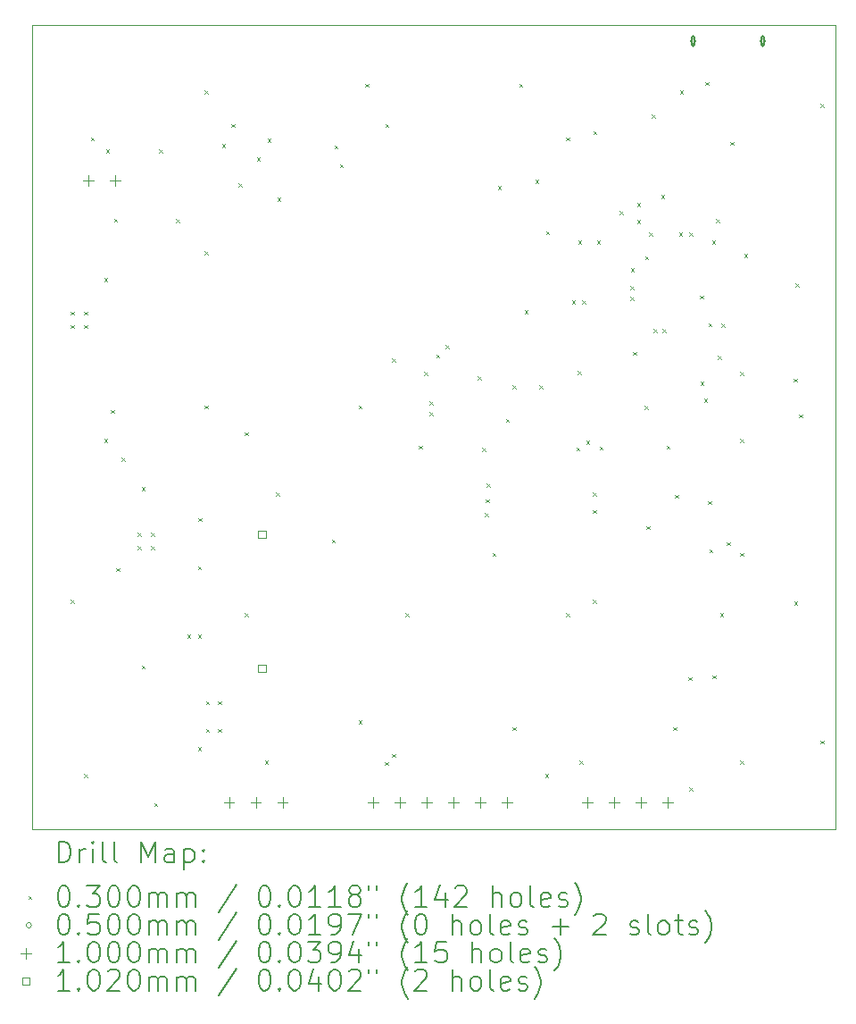
<source format=gbr>
%FSLAX45Y45*%
G04 Gerber Fmt 4.5, Leading zero omitted, Abs format (unit mm)*
G04 Created by KiCad (PCBNEW (6.0.5)) date 2023-05-13 13:21:50*
%MOMM*%
%LPD*%
G01*
G04 APERTURE LIST*
%TA.AperFunction,Profile*%
%ADD10C,0.100000*%
%TD*%
%ADD11C,0.200000*%
%ADD12C,0.030000*%
%ADD13C,0.050000*%
%ADD14C,0.100000*%
%ADD15C,0.102000*%
G04 APERTURE END LIST*
D10*
X10160000Y-12700000D02*
X17780000Y-12700000D01*
X17780000Y-12700000D02*
X17780000Y-5080000D01*
X17780000Y-5080000D02*
X10160000Y-5080000D01*
X10160000Y-5080000D02*
X10160000Y-12700000D01*
D11*
D12*
X10526000Y-7795500D02*
X10556000Y-7825500D01*
X10556000Y-7795500D02*
X10526000Y-7825500D01*
X10526000Y-7922500D02*
X10556000Y-7952500D01*
X10556000Y-7922500D02*
X10526000Y-7952500D01*
X10526000Y-10526000D02*
X10556000Y-10556000D01*
X10556000Y-10526000D02*
X10526000Y-10556000D01*
X10653000Y-7795500D02*
X10683000Y-7825500D01*
X10683000Y-7795500D02*
X10653000Y-7825500D01*
X10653000Y-7922500D02*
X10683000Y-7952500D01*
X10683000Y-7922500D02*
X10653000Y-7952500D01*
X10653000Y-12177000D02*
X10683000Y-12207000D01*
X10683000Y-12177000D02*
X10653000Y-12207000D01*
X10716500Y-6144500D02*
X10746500Y-6174500D01*
X10746500Y-6144500D02*
X10716500Y-6174500D01*
X10843500Y-7478000D02*
X10873500Y-7508000D01*
X10873500Y-7478000D02*
X10843500Y-7508000D01*
X10843500Y-9002000D02*
X10873500Y-9032000D01*
X10873500Y-9002000D02*
X10843500Y-9032000D01*
X10861280Y-6258800D02*
X10891280Y-6288800D01*
X10891280Y-6258800D02*
X10861280Y-6288800D01*
X10907000Y-8727680D02*
X10937000Y-8757680D01*
X10937000Y-8727680D02*
X10907000Y-8757680D01*
X10937480Y-6914120D02*
X10967480Y-6944120D01*
X10967480Y-6914120D02*
X10937480Y-6944120D01*
X10957800Y-10226280D02*
X10987800Y-10256280D01*
X10987800Y-10226280D02*
X10957800Y-10256280D01*
X11008600Y-9179800D02*
X11038600Y-9209800D01*
X11038600Y-9179800D02*
X11008600Y-9209800D01*
X11161000Y-9891000D02*
X11191000Y-9921000D01*
X11191000Y-9891000D02*
X11161000Y-9921000D01*
X11161000Y-10018000D02*
X11191000Y-10048000D01*
X11191000Y-10018000D02*
X11161000Y-10048000D01*
X11199100Y-9459200D02*
X11229100Y-9489200D01*
X11229100Y-9459200D02*
X11199100Y-9489200D01*
X11199100Y-11148300D02*
X11229100Y-11178300D01*
X11229100Y-11148300D02*
X11199100Y-11178300D01*
X11288000Y-9891000D02*
X11318000Y-9921000D01*
X11318000Y-9891000D02*
X11288000Y-9921000D01*
X11288000Y-10018000D02*
X11318000Y-10048000D01*
X11318000Y-10018000D02*
X11288000Y-10048000D01*
X11318480Y-12451320D02*
X11348480Y-12481320D01*
X11348480Y-12451320D02*
X11318480Y-12481320D01*
X11364200Y-6258800D02*
X11394200Y-6288800D01*
X11394200Y-6258800D02*
X11364200Y-6288800D01*
X11526760Y-6919200D02*
X11556760Y-6949200D01*
X11556760Y-6919200D02*
X11526760Y-6949200D01*
X11630900Y-10856200D02*
X11660900Y-10886200D01*
X11660900Y-10856200D02*
X11630900Y-10886200D01*
X11732500Y-10208500D02*
X11762500Y-10238500D01*
X11762500Y-10208500D02*
X11732500Y-10238500D01*
X11732500Y-10856200D02*
X11762500Y-10886200D01*
X11762500Y-10856200D02*
X11732500Y-10886200D01*
X11732500Y-11923000D02*
X11762500Y-11953000D01*
X11762500Y-11923000D02*
X11732500Y-11953000D01*
X11740120Y-9748760D02*
X11770120Y-9778760D01*
X11770120Y-9748760D02*
X11740120Y-9778760D01*
X11796000Y-5700000D02*
X11826000Y-5730000D01*
X11826000Y-5700000D02*
X11796000Y-5730000D01*
X11796000Y-7224000D02*
X11826000Y-7254000D01*
X11826000Y-7224000D02*
X11796000Y-7254000D01*
X11796000Y-8684500D02*
X11826000Y-8714500D01*
X11826000Y-8684500D02*
X11796000Y-8714500D01*
X11810000Y-11485000D02*
X11840000Y-11515000D01*
X11840000Y-11485000D02*
X11810000Y-11515000D01*
X11810000Y-11750098D02*
X11840000Y-11780098D01*
X11840000Y-11750098D02*
X11810000Y-11780098D01*
X11923000Y-11485000D02*
X11953000Y-11515000D01*
X11953000Y-11485000D02*
X11923000Y-11515000D01*
X11923000Y-11750098D02*
X11953000Y-11780098D01*
X11953000Y-11750098D02*
X11923000Y-11780098D01*
X11961100Y-6208000D02*
X11991100Y-6238000D01*
X11991100Y-6208000D02*
X11961100Y-6238000D01*
X12050000Y-6017500D02*
X12080000Y-6047500D01*
X12080000Y-6017500D02*
X12050000Y-6047500D01*
X12121120Y-6578840D02*
X12151120Y-6608840D01*
X12151120Y-6578840D02*
X12121120Y-6608840D01*
X12177000Y-8938500D02*
X12207000Y-8968500D01*
X12207000Y-8938500D02*
X12177000Y-8968500D01*
X12177000Y-10653000D02*
X12207000Y-10683000D01*
X12207000Y-10653000D02*
X12177000Y-10683000D01*
X12291300Y-6335000D02*
X12321300Y-6365000D01*
X12321300Y-6335000D02*
X12291300Y-6365000D01*
X12367500Y-12050000D02*
X12397500Y-12080000D01*
X12397500Y-12050000D02*
X12367500Y-12080000D01*
X12392900Y-6157200D02*
X12422900Y-6187200D01*
X12422900Y-6157200D02*
X12392900Y-6187200D01*
X12476720Y-9510000D02*
X12506720Y-9540000D01*
X12506720Y-9510000D02*
X12476720Y-9540000D01*
X12486880Y-6716000D02*
X12516880Y-6746000D01*
X12516880Y-6716000D02*
X12486880Y-6746000D01*
X13002500Y-9954500D02*
X13032500Y-9984500D01*
X13032500Y-9954500D02*
X13002500Y-9984500D01*
X13027900Y-6220700D02*
X13057900Y-6250700D01*
X13057900Y-6220700D02*
X13027900Y-6250700D01*
X13078700Y-6398500D02*
X13108700Y-6428500D01*
X13108700Y-6398500D02*
X13078700Y-6428500D01*
X13256500Y-8684500D02*
X13286500Y-8714500D01*
X13286500Y-8684500D02*
X13256500Y-8714500D01*
X13256500Y-11669000D02*
X13286500Y-11699000D01*
X13286500Y-11669000D02*
X13256500Y-11699000D01*
X13320000Y-5636500D02*
X13350000Y-5666500D01*
X13350000Y-5636500D02*
X13320000Y-5666500D01*
X13507960Y-12060160D02*
X13537960Y-12090160D01*
X13537960Y-12060160D02*
X13507960Y-12090160D01*
X13510500Y-6017500D02*
X13540500Y-6047500D01*
X13540500Y-6017500D02*
X13510500Y-6047500D01*
X13574000Y-8240000D02*
X13604000Y-8270000D01*
X13604000Y-8240000D02*
X13574000Y-8270000D01*
X13574000Y-11986500D02*
X13604000Y-12016500D01*
X13604000Y-11986500D02*
X13574000Y-12016500D01*
X13701000Y-10653000D02*
X13731000Y-10683000D01*
X13731000Y-10653000D02*
X13701000Y-10683000D01*
X13828000Y-9065500D02*
X13858000Y-9095500D01*
X13858000Y-9065500D02*
X13828000Y-9095500D01*
X13878800Y-8367000D02*
X13908800Y-8397000D01*
X13908800Y-8367000D02*
X13878800Y-8397000D01*
X13929600Y-8646400D02*
X13959600Y-8676400D01*
X13959600Y-8646400D02*
X13929600Y-8676400D01*
X13929600Y-8748000D02*
X13959600Y-8778000D01*
X13959600Y-8748000D02*
X13929600Y-8778000D01*
X13993100Y-8201900D02*
X14023100Y-8231900D01*
X14023100Y-8201900D02*
X13993100Y-8231900D01*
X14082000Y-8113000D02*
X14112000Y-8143000D01*
X14112000Y-8113000D02*
X14082000Y-8143000D01*
X14386800Y-8407640D02*
X14416800Y-8437640D01*
X14416800Y-8407640D02*
X14386800Y-8437640D01*
X14432520Y-9087450D02*
X14462520Y-9117450D01*
X14462520Y-9087450D02*
X14432520Y-9117450D01*
X14457920Y-9703040D02*
X14487920Y-9733040D01*
X14487920Y-9703040D02*
X14457920Y-9733040D01*
X14463000Y-9573500D02*
X14493000Y-9603500D01*
X14493000Y-9573500D02*
X14463000Y-9603500D01*
X14473160Y-9423640D02*
X14503160Y-9453640D01*
X14503160Y-9423640D02*
X14473160Y-9453640D01*
X14526500Y-10081500D02*
X14556500Y-10111500D01*
X14556500Y-10081500D02*
X14526500Y-10111500D01*
X14579840Y-6604240D02*
X14609840Y-6634240D01*
X14609840Y-6604240D02*
X14579840Y-6634240D01*
X14653500Y-8811500D02*
X14683500Y-8841500D01*
X14683500Y-8811500D02*
X14653500Y-8841500D01*
X14717000Y-8494000D02*
X14747000Y-8524000D01*
X14747000Y-8494000D02*
X14717000Y-8524000D01*
X14717000Y-11732500D02*
X14747000Y-11762500D01*
X14747000Y-11732500D02*
X14717000Y-11762500D01*
X14780500Y-5636500D02*
X14810500Y-5666500D01*
X14810500Y-5636500D02*
X14780500Y-5666500D01*
X14833700Y-7779600D02*
X14863700Y-7809600D01*
X14863700Y-7779600D02*
X14833700Y-7809600D01*
X14935300Y-6547700D02*
X14965300Y-6577700D01*
X14965300Y-6547700D02*
X14935300Y-6577700D01*
X14971000Y-8494000D02*
X15001000Y-8524000D01*
X15001000Y-8494000D02*
X14971000Y-8524000D01*
X15026880Y-12177000D02*
X15056880Y-12207000D01*
X15056880Y-12177000D02*
X15026880Y-12207000D01*
X15034500Y-7033500D02*
X15064500Y-7063500D01*
X15064500Y-7033500D02*
X15034500Y-7063500D01*
X15225000Y-6144500D02*
X15255000Y-6174500D01*
X15255000Y-6144500D02*
X15225000Y-6174500D01*
X15225000Y-10653000D02*
X15255000Y-10683000D01*
X15255000Y-10653000D02*
X15225000Y-10683000D01*
X15279850Y-7690700D02*
X15309850Y-7720700D01*
X15309850Y-7690700D02*
X15279850Y-7720700D01*
X15325525Y-9083219D02*
X15355525Y-9113219D01*
X15355525Y-9083219D02*
X15325525Y-9113219D01*
X15337998Y-8357300D02*
X15367998Y-8387300D01*
X15367998Y-8357300D02*
X15337998Y-8387300D01*
X15341700Y-7119200D02*
X15371700Y-7149200D01*
X15371700Y-7119200D02*
X15341700Y-7149200D01*
X15352000Y-12050000D02*
X15382000Y-12080000D01*
X15382000Y-12050000D02*
X15352000Y-12080000D01*
X15379800Y-7690700D02*
X15409800Y-7720700D01*
X15409800Y-7690700D02*
X15379800Y-7720700D01*
X15415500Y-9019950D02*
X15445500Y-9049950D01*
X15445500Y-9019950D02*
X15415500Y-9049950D01*
X15479000Y-9510000D02*
X15509000Y-9540000D01*
X15509000Y-9510000D02*
X15479000Y-9540000D01*
X15479000Y-9672560D02*
X15509000Y-9702560D01*
X15509000Y-9672560D02*
X15479000Y-9702560D01*
X15479000Y-10526000D02*
X15509000Y-10556000D01*
X15509000Y-10526000D02*
X15479000Y-10556000D01*
X15485000Y-6085000D02*
X15515000Y-6115000D01*
X15515000Y-6085000D02*
X15485000Y-6115000D01*
X15519500Y-7119200D02*
X15549500Y-7149200D01*
X15549500Y-7119200D02*
X15519500Y-7149200D01*
X15542500Y-9072400D02*
X15572500Y-9102400D01*
X15572500Y-9072400D02*
X15542500Y-9102400D01*
X15733000Y-6843000D02*
X15763000Y-6873000D01*
X15763000Y-6843000D02*
X15733000Y-6873000D01*
X15837000Y-7553750D02*
X15867000Y-7583750D01*
X15867000Y-7553750D02*
X15837000Y-7583750D01*
X15837000Y-7655350D02*
X15867000Y-7685350D01*
X15867000Y-7655350D02*
X15837000Y-7685350D01*
X15839724Y-7383894D02*
X15869724Y-7413894D01*
X15869724Y-7383894D02*
X15839724Y-7413894D01*
X15860000Y-8176500D02*
X15890000Y-8206500D01*
X15890000Y-8176500D02*
X15860000Y-8206500D01*
X15900500Y-6763600D02*
X15930500Y-6793600D01*
X15930500Y-6763600D02*
X15900500Y-6793600D01*
X15900500Y-6928700D02*
X15930500Y-6958700D01*
X15930500Y-6928700D02*
X15900500Y-6958700D01*
X15971760Y-8687040D02*
X16001760Y-8717040D01*
X16001760Y-8687040D02*
X15971760Y-8717040D01*
X15977550Y-7268350D02*
X16007550Y-7298350D01*
X16007550Y-7268350D02*
X15977550Y-7298350D01*
X15987000Y-9827500D02*
X16017000Y-9857500D01*
X16017000Y-9827500D02*
X15987000Y-9857500D01*
X16014800Y-7045750D02*
X16044800Y-7075750D01*
X16044800Y-7045750D02*
X16014800Y-7075750D01*
X16037926Y-5926165D02*
X16067926Y-5956165D01*
X16067926Y-5926165D02*
X16037926Y-5956165D01*
X16056968Y-7961468D02*
X16086968Y-7991468D01*
X16086968Y-7961468D02*
X16056968Y-7991468D01*
X16129100Y-6687400D02*
X16159100Y-6717400D01*
X16159100Y-6687400D02*
X16129100Y-6717400D01*
X16141800Y-7957400D02*
X16171800Y-7987400D01*
X16171800Y-7957400D02*
X16141800Y-7987400D01*
X16177500Y-9065500D02*
X16207500Y-9095500D01*
X16207500Y-9065500D02*
X16177500Y-9095500D01*
X16241000Y-11732500D02*
X16271000Y-11762500D01*
X16271000Y-11732500D02*
X16241000Y-11762500D01*
X16261320Y-9530320D02*
X16291320Y-9560320D01*
X16291320Y-9530320D02*
X16261320Y-9560320D01*
X16298050Y-7045750D02*
X16328050Y-7075750D01*
X16328050Y-7045750D02*
X16298050Y-7075750D01*
X16304500Y-5700000D02*
X16334500Y-5730000D01*
X16334500Y-5700000D02*
X16304500Y-5730000D01*
X16388320Y-11257520D02*
X16418320Y-11287520D01*
X16418320Y-11257520D02*
X16388320Y-11287520D01*
X16393400Y-12304000D02*
X16423400Y-12334000D01*
X16423400Y-12304000D02*
X16393400Y-12334000D01*
X16395800Y-7043000D02*
X16425800Y-7073000D01*
X16425800Y-7043000D02*
X16395800Y-7073000D01*
X16498015Y-7640984D02*
X16528015Y-7670984D01*
X16528015Y-7640984D02*
X16498015Y-7670984D01*
X16502400Y-8458900D02*
X16532400Y-8488900D01*
X16532400Y-8458900D02*
X16502400Y-8488900D01*
X16535640Y-8621000D02*
X16565640Y-8651000D01*
X16565640Y-8621000D02*
X16535640Y-8651000D01*
X16545800Y-5620050D02*
X16575800Y-5650050D01*
X16575800Y-5620050D02*
X16545800Y-5650050D01*
X16571200Y-9591280D02*
X16601200Y-9621280D01*
X16601200Y-9591280D02*
X16571200Y-9621280D01*
X16576280Y-7904720D02*
X16606280Y-7934720D01*
X16606280Y-7904720D02*
X16576280Y-7934720D01*
X16586440Y-10048480D02*
X16616440Y-10078480D01*
X16616440Y-10048480D02*
X16586440Y-10078480D01*
X16611700Y-7119200D02*
X16641700Y-7149200D01*
X16641700Y-7119200D02*
X16611700Y-7149200D01*
X16616920Y-11242280D02*
X16646920Y-11272280D01*
X16646920Y-11242280D02*
X16616920Y-11272280D01*
X16649800Y-6916000D02*
X16679800Y-6946000D01*
X16679800Y-6916000D02*
X16649800Y-6946000D01*
X16667720Y-8214600D02*
X16697720Y-8244600D01*
X16697720Y-8214600D02*
X16667720Y-8244600D01*
X16685500Y-10653000D02*
X16715500Y-10683000D01*
X16715500Y-10653000D02*
X16685500Y-10683000D01*
X16700600Y-7906600D02*
X16730600Y-7936600D01*
X16730600Y-7906600D02*
X16700600Y-7936600D01*
X16749000Y-9977360D02*
X16779000Y-10007360D01*
X16779000Y-9977360D02*
X16749000Y-10007360D01*
X16785000Y-6185000D02*
X16815000Y-6215000D01*
X16815000Y-6185000D02*
X16785000Y-6215000D01*
X16876000Y-8367000D02*
X16906000Y-8397000D01*
X16906000Y-8367000D02*
X16876000Y-8397000D01*
X16876000Y-9002000D02*
X16906000Y-9032000D01*
X16906000Y-9002000D02*
X16876000Y-9032000D01*
X16876000Y-10081500D02*
X16906000Y-10111500D01*
X16906000Y-10081500D02*
X16876000Y-10111500D01*
X16876000Y-12050000D02*
X16906000Y-12080000D01*
X16906000Y-12050000D02*
X16876000Y-12080000D01*
X16916500Y-7246200D02*
X16946500Y-7276200D01*
X16946500Y-7246200D02*
X16916500Y-7276200D01*
X17384000Y-8430500D02*
X17414000Y-8460500D01*
X17414000Y-8430500D02*
X17384000Y-8460500D01*
X17389080Y-10541240D02*
X17419080Y-10571240D01*
X17419080Y-10541240D02*
X17389080Y-10571240D01*
X17404320Y-7528800D02*
X17434320Y-7558800D01*
X17434320Y-7528800D02*
X17404320Y-7558800D01*
X17434800Y-8768320D02*
X17464800Y-8798320D01*
X17464800Y-8768320D02*
X17434800Y-8798320D01*
X17638000Y-5827000D02*
X17668000Y-5857000D01*
X17668000Y-5827000D02*
X17638000Y-5857000D01*
X17638000Y-11859500D02*
X17668000Y-11889500D01*
X17668000Y-11859500D02*
X17638000Y-11889500D01*
D13*
X16456825Y-5232400D02*
G75*
G03*
X16456825Y-5232400I-25000J0D01*
G01*
D11*
X16446825Y-5267400D02*
X16446825Y-5197400D01*
X16416825Y-5267400D02*
X16416825Y-5197400D01*
X16446825Y-5197400D02*
G75*
G03*
X16416825Y-5197400I-15000J0D01*
G01*
X16416825Y-5267400D02*
G75*
G03*
X16446825Y-5267400I15000J0D01*
G01*
D13*
X17116825Y-5232400D02*
G75*
G03*
X17116825Y-5232400I-25000J0D01*
G01*
D11*
X17106825Y-5267400D02*
X17106825Y-5197400D01*
X17076825Y-5267400D02*
X17076825Y-5197400D01*
X17106825Y-5197400D02*
G75*
G03*
X17076825Y-5197400I-15000J0D01*
G01*
X17076825Y-5267400D02*
G75*
G03*
X17106825Y-5267400I15000J0D01*
G01*
D14*
X10693900Y-6503200D02*
X10693900Y-6603200D01*
X10643900Y-6553200D02*
X10743900Y-6553200D01*
X10947900Y-6503200D02*
X10947900Y-6603200D01*
X10897900Y-6553200D02*
X10997900Y-6553200D01*
X12028500Y-12396000D02*
X12028500Y-12496000D01*
X11978500Y-12446000D02*
X12078500Y-12446000D01*
X12282500Y-12396000D02*
X12282500Y-12496000D01*
X12232500Y-12446000D02*
X12332500Y-12446000D01*
X12536500Y-12396000D02*
X12536500Y-12496000D01*
X12486500Y-12446000D02*
X12586500Y-12446000D01*
X13398500Y-12396000D02*
X13398500Y-12496000D01*
X13348500Y-12446000D02*
X13448500Y-12446000D01*
X13652500Y-12396000D02*
X13652500Y-12496000D01*
X13602500Y-12446000D02*
X13702500Y-12446000D01*
X13906500Y-12396000D02*
X13906500Y-12496000D01*
X13856500Y-12446000D02*
X13956500Y-12446000D01*
X14160500Y-12396000D02*
X14160500Y-12496000D01*
X14110500Y-12446000D02*
X14210500Y-12446000D01*
X14414500Y-12396000D02*
X14414500Y-12496000D01*
X14364500Y-12446000D02*
X14464500Y-12446000D01*
X14668500Y-12396000D02*
X14668500Y-12496000D01*
X14618500Y-12446000D02*
X14718500Y-12446000D01*
X15430500Y-12396000D02*
X15430500Y-12496000D01*
X15380500Y-12446000D02*
X15480500Y-12446000D01*
X15684500Y-12396000D02*
X15684500Y-12496000D01*
X15634500Y-12446000D02*
X15734500Y-12446000D01*
X15938500Y-12396000D02*
X15938500Y-12496000D01*
X15888500Y-12446000D02*
X15988500Y-12446000D01*
X16192500Y-12396000D02*
X16192500Y-12496000D01*
X16142500Y-12446000D02*
X16242500Y-12446000D01*
D15*
X12378063Y-9942063D02*
X12378063Y-9869937D01*
X12305937Y-9869937D01*
X12305937Y-9942063D01*
X12378063Y-9942063D01*
X12378063Y-11212063D02*
X12378063Y-11139937D01*
X12305937Y-11139937D01*
X12305937Y-11212063D01*
X12378063Y-11212063D01*
D11*
X10412619Y-13015476D02*
X10412619Y-12815476D01*
X10460238Y-12815476D01*
X10488810Y-12825000D01*
X10507857Y-12844048D01*
X10517381Y-12863095D01*
X10526905Y-12901190D01*
X10526905Y-12929762D01*
X10517381Y-12967857D01*
X10507857Y-12986905D01*
X10488810Y-13005952D01*
X10460238Y-13015476D01*
X10412619Y-13015476D01*
X10612619Y-13015476D02*
X10612619Y-12882143D01*
X10612619Y-12920238D02*
X10622143Y-12901190D01*
X10631667Y-12891667D01*
X10650714Y-12882143D01*
X10669762Y-12882143D01*
X10736429Y-13015476D02*
X10736429Y-12882143D01*
X10736429Y-12815476D02*
X10726905Y-12825000D01*
X10736429Y-12834524D01*
X10745952Y-12825000D01*
X10736429Y-12815476D01*
X10736429Y-12834524D01*
X10860238Y-13015476D02*
X10841190Y-13005952D01*
X10831667Y-12986905D01*
X10831667Y-12815476D01*
X10965000Y-13015476D02*
X10945952Y-13005952D01*
X10936429Y-12986905D01*
X10936429Y-12815476D01*
X11193571Y-13015476D02*
X11193571Y-12815476D01*
X11260238Y-12958333D01*
X11326905Y-12815476D01*
X11326905Y-13015476D01*
X11507857Y-13015476D02*
X11507857Y-12910714D01*
X11498333Y-12891667D01*
X11479286Y-12882143D01*
X11441190Y-12882143D01*
X11422143Y-12891667D01*
X11507857Y-13005952D02*
X11488809Y-13015476D01*
X11441190Y-13015476D01*
X11422143Y-13005952D01*
X11412619Y-12986905D01*
X11412619Y-12967857D01*
X11422143Y-12948809D01*
X11441190Y-12939286D01*
X11488809Y-12939286D01*
X11507857Y-12929762D01*
X11603095Y-12882143D02*
X11603095Y-13082143D01*
X11603095Y-12891667D02*
X11622143Y-12882143D01*
X11660238Y-12882143D01*
X11679286Y-12891667D01*
X11688809Y-12901190D01*
X11698333Y-12920238D01*
X11698333Y-12977381D01*
X11688809Y-12996428D01*
X11679286Y-13005952D01*
X11660238Y-13015476D01*
X11622143Y-13015476D01*
X11603095Y-13005952D01*
X11784048Y-12996428D02*
X11793571Y-13005952D01*
X11784048Y-13015476D01*
X11774524Y-13005952D01*
X11784048Y-12996428D01*
X11784048Y-13015476D01*
X11784048Y-12891667D02*
X11793571Y-12901190D01*
X11784048Y-12910714D01*
X11774524Y-12901190D01*
X11784048Y-12891667D01*
X11784048Y-12910714D01*
D12*
X10125000Y-13330000D02*
X10155000Y-13360000D01*
X10155000Y-13330000D02*
X10125000Y-13360000D01*
D11*
X10450714Y-13235476D02*
X10469762Y-13235476D01*
X10488810Y-13245000D01*
X10498333Y-13254524D01*
X10507857Y-13273571D01*
X10517381Y-13311667D01*
X10517381Y-13359286D01*
X10507857Y-13397381D01*
X10498333Y-13416428D01*
X10488810Y-13425952D01*
X10469762Y-13435476D01*
X10450714Y-13435476D01*
X10431667Y-13425952D01*
X10422143Y-13416428D01*
X10412619Y-13397381D01*
X10403095Y-13359286D01*
X10403095Y-13311667D01*
X10412619Y-13273571D01*
X10422143Y-13254524D01*
X10431667Y-13245000D01*
X10450714Y-13235476D01*
X10603095Y-13416428D02*
X10612619Y-13425952D01*
X10603095Y-13435476D01*
X10593571Y-13425952D01*
X10603095Y-13416428D01*
X10603095Y-13435476D01*
X10679286Y-13235476D02*
X10803095Y-13235476D01*
X10736429Y-13311667D01*
X10765000Y-13311667D01*
X10784048Y-13321190D01*
X10793571Y-13330714D01*
X10803095Y-13349762D01*
X10803095Y-13397381D01*
X10793571Y-13416428D01*
X10784048Y-13425952D01*
X10765000Y-13435476D01*
X10707857Y-13435476D01*
X10688810Y-13425952D01*
X10679286Y-13416428D01*
X10926905Y-13235476D02*
X10945952Y-13235476D01*
X10965000Y-13245000D01*
X10974524Y-13254524D01*
X10984048Y-13273571D01*
X10993571Y-13311667D01*
X10993571Y-13359286D01*
X10984048Y-13397381D01*
X10974524Y-13416428D01*
X10965000Y-13425952D01*
X10945952Y-13435476D01*
X10926905Y-13435476D01*
X10907857Y-13425952D01*
X10898333Y-13416428D01*
X10888810Y-13397381D01*
X10879286Y-13359286D01*
X10879286Y-13311667D01*
X10888810Y-13273571D01*
X10898333Y-13254524D01*
X10907857Y-13245000D01*
X10926905Y-13235476D01*
X11117381Y-13235476D02*
X11136429Y-13235476D01*
X11155476Y-13245000D01*
X11165000Y-13254524D01*
X11174524Y-13273571D01*
X11184048Y-13311667D01*
X11184048Y-13359286D01*
X11174524Y-13397381D01*
X11165000Y-13416428D01*
X11155476Y-13425952D01*
X11136429Y-13435476D01*
X11117381Y-13435476D01*
X11098333Y-13425952D01*
X11088810Y-13416428D01*
X11079286Y-13397381D01*
X11069762Y-13359286D01*
X11069762Y-13311667D01*
X11079286Y-13273571D01*
X11088810Y-13254524D01*
X11098333Y-13245000D01*
X11117381Y-13235476D01*
X11269762Y-13435476D02*
X11269762Y-13302143D01*
X11269762Y-13321190D02*
X11279286Y-13311667D01*
X11298333Y-13302143D01*
X11326905Y-13302143D01*
X11345952Y-13311667D01*
X11355476Y-13330714D01*
X11355476Y-13435476D01*
X11355476Y-13330714D02*
X11365000Y-13311667D01*
X11384048Y-13302143D01*
X11412619Y-13302143D01*
X11431667Y-13311667D01*
X11441190Y-13330714D01*
X11441190Y-13435476D01*
X11536428Y-13435476D02*
X11536428Y-13302143D01*
X11536428Y-13321190D02*
X11545952Y-13311667D01*
X11565000Y-13302143D01*
X11593571Y-13302143D01*
X11612619Y-13311667D01*
X11622143Y-13330714D01*
X11622143Y-13435476D01*
X11622143Y-13330714D02*
X11631667Y-13311667D01*
X11650714Y-13302143D01*
X11679286Y-13302143D01*
X11698333Y-13311667D01*
X11707857Y-13330714D01*
X11707857Y-13435476D01*
X12098333Y-13225952D02*
X11926905Y-13483095D01*
X12355476Y-13235476D02*
X12374524Y-13235476D01*
X12393571Y-13245000D01*
X12403095Y-13254524D01*
X12412619Y-13273571D01*
X12422143Y-13311667D01*
X12422143Y-13359286D01*
X12412619Y-13397381D01*
X12403095Y-13416428D01*
X12393571Y-13425952D01*
X12374524Y-13435476D01*
X12355476Y-13435476D01*
X12336428Y-13425952D01*
X12326905Y-13416428D01*
X12317381Y-13397381D01*
X12307857Y-13359286D01*
X12307857Y-13311667D01*
X12317381Y-13273571D01*
X12326905Y-13254524D01*
X12336428Y-13245000D01*
X12355476Y-13235476D01*
X12507857Y-13416428D02*
X12517381Y-13425952D01*
X12507857Y-13435476D01*
X12498333Y-13425952D01*
X12507857Y-13416428D01*
X12507857Y-13435476D01*
X12641190Y-13235476D02*
X12660238Y-13235476D01*
X12679286Y-13245000D01*
X12688809Y-13254524D01*
X12698333Y-13273571D01*
X12707857Y-13311667D01*
X12707857Y-13359286D01*
X12698333Y-13397381D01*
X12688809Y-13416428D01*
X12679286Y-13425952D01*
X12660238Y-13435476D01*
X12641190Y-13435476D01*
X12622143Y-13425952D01*
X12612619Y-13416428D01*
X12603095Y-13397381D01*
X12593571Y-13359286D01*
X12593571Y-13311667D01*
X12603095Y-13273571D01*
X12612619Y-13254524D01*
X12622143Y-13245000D01*
X12641190Y-13235476D01*
X12898333Y-13435476D02*
X12784048Y-13435476D01*
X12841190Y-13435476D02*
X12841190Y-13235476D01*
X12822143Y-13264048D01*
X12803095Y-13283095D01*
X12784048Y-13292619D01*
X13088809Y-13435476D02*
X12974524Y-13435476D01*
X13031667Y-13435476D02*
X13031667Y-13235476D01*
X13012619Y-13264048D01*
X12993571Y-13283095D01*
X12974524Y-13292619D01*
X13203095Y-13321190D02*
X13184048Y-13311667D01*
X13174524Y-13302143D01*
X13165000Y-13283095D01*
X13165000Y-13273571D01*
X13174524Y-13254524D01*
X13184048Y-13245000D01*
X13203095Y-13235476D01*
X13241190Y-13235476D01*
X13260238Y-13245000D01*
X13269762Y-13254524D01*
X13279286Y-13273571D01*
X13279286Y-13283095D01*
X13269762Y-13302143D01*
X13260238Y-13311667D01*
X13241190Y-13321190D01*
X13203095Y-13321190D01*
X13184048Y-13330714D01*
X13174524Y-13340238D01*
X13165000Y-13359286D01*
X13165000Y-13397381D01*
X13174524Y-13416428D01*
X13184048Y-13425952D01*
X13203095Y-13435476D01*
X13241190Y-13435476D01*
X13260238Y-13425952D01*
X13269762Y-13416428D01*
X13279286Y-13397381D01*
X13279286Y-13359286D01*
X13269762Y-13340238D01*
X13260238Y-13330714D01*
X13241190Y-13321190D01*
X13355476Y-13235476D02*
X13355476Y-13273571D01*
X13431667Y-13235476D02*
X13431667Y-13273571D01*
X13726905Y-13511667D02*
X13717381Y-13502143D01*
X13698333Y-13473571D01*
X13688809Y-13454524D01*
X13679286Y-13425952D01*
X13669762Y-13378333D01*
X13669762Y-13340238D01*
X13679286Y-13292619D01*
X13688809Y-13264048D01*
X13698333Y-13245000D01*
X13717381Y-13216428D01*
X13726905Y-13206905D01*
X13907857Y-13435476D02*
X13793571Y-13435476D01*
X13850714Y-13435476D02*
X13850714Y-13235476D01*
X13831667Y-13264048D01*
X13812619Y-13283095D01*
X13793571Y-13292619D01*
X14079286Y-13302143D02*
X14079286Y-13435476D01*
X14031667Y-13225952D02*
X13984048Y-13368809D01*
X14107857Y-13368809D01*
X14174524Y-13254524D02*
X14184048Y-13245000D01*
X14203095Y-13235476D01*
X14250714Y-13235476D01*
X14269762Y-13245000D01*
X14279286Y-13254524D01*
X14288809Y-13273571D01*
X14288809Y-13292619D01*
X14279286Y-13321190D01*
X14165000Y-13435476D01*
X14288809Y-13435476D01*
X14526905Y-13435476D02*
X14526905Y-13235476D01*
X14612619Y-13435476D02*
X14612619Y-13330714D01*
X14603095Y-13311667D01*
X14584048Y-13302143D01*
X14555476Y-13302143D01*
X14536428Y-13311667D01*
X14526905Y-13321190D01*
X14736428Y-13435476D02*
X14717381Y-13425952D01*
X14707857Y-13416428D01*
X14698333Y-13397381D01*
X14698333Y-13340238D01*
X14707857Y-13321190D01*
X14717381Y-13311667D01*
X14736428Y-13302143D01*
X14765000Y-13302143D01*
X14784048Y-13311667D01*
X14793571Y-13321190D01*
X14803095Y-13340238D01*
X14803095Y-13397381D01*
X14793571Y-13416428D01*
X14784048Y-13425952D01*
X14765000Y-13435476D01*
X14736428Y-13435476D01*
X14917381Y-13435476D02*
X14898333Y-13425952D01*
X14888809Y-13406905D01*
X14888809Y-13235476D01*
X15069762Y-13425952D02*
X15050714Y-13435476D01*
X15012619Y-13435476D01*
X14993571Y-13425952D01*
X14984048Y-13406905D01*
X14984048Y-13330714D01*
X14993571Y-13311667D01*
X15012619Y-13302143D01*
X15050714Y-13302143D01*
X15069762Y-13311667D01*
X15079286Y-13330714D01*
X15079286Y-13349762D01*
X14984048Y-13368809D01*
X15155476Y-13425952D02*
X15174524Y-13435476D01*
X15212619Y-13435476D01*
X15231667Y-13425952D01*
X15241190Y-13406905D01*
X15241190Y-13397381D01*
X15231667Y-13378333D01*
X15212619Y-13368809D01*
X15184048Y-13368809D01*
X15165000Y-13359286D01*
X15155476Y-13340238D01*
X15155476Y-13330714D01*
X15165000Y-13311667D01*
X15184048Y-13302143D01*
X15212619Y-13302143D01*
X15231667Y-13311667D01*
X15307857Y-13511667D02*
X15317381Y-13502143D01*
X15336428Y-13473571D01*
X15345952Y-13454524D01*
X15355476Y-13425952D01*
X15365000Y-13378333D01*
X15365000Y-13340238D01*
X15355476Y-13292619D01*
X15345952Y-13264048D01*
X15336428Y-13245000D01*
X15317381Y-13216428D01*
X15307857Y-13206905D01*
D13*
X10155000Y-13609000D02*
G75*
G03*
X10155000Y-13609000I-25000J0D01*
G01*
D11*
X10450714Y-13499476D02*
X10469762Y-13499476D01*
X10488810Y-13509000D01*
X10498333Y-13518524D01*
X10507857Y-13537571D01*
X10517381Y-13575667D01*
X10517381Y-13623286D01*
X10507857Y-13661381D01*
X10498333Y-13680428D01*
X10488810Y-13689952D01*
X10469762Y-13699476D01*
X10450714Y-13699476D01*
X10431667Y-13689952D01*
X10422143Y-13680428D01*
X10412619Y-13661381D01*
X10403095Y-13623286D01*
X10403095Y-13575667D01*
X10412619Y-13537571D01*
X10422143Y-13518524D01*
X10431667Y-13509000D01*
X10450714Y-13499476D01*
X10603095Y-13680428D02*
X10612619Y-13689952D01*
X10603095Y-13699476D01*
X10593571Y-13689952D01*
X10603095Y-13680428D01*
X10603095Y-13699476D01*
X10793571Y-13499476D02*
X10698333Y-13499476D01*
X10688810Y-13594714D01*
X10698333Y-13585190D01*
X10717381Y-13575667D01*
X10765000Y-13575667D01*
X10784048Y-13585190D01*
X10793571Y-13594714D01*
X10803095Y-13613762D01*
X10803095Y-13661381D01*
X10793571Y-13680428D01*
X10784048Y-13689952D01*
X10765000Y-13699476D01*
X10717381Y-13699476D01*
X10698333Y-13689952D01*
X10688810Y-13680428D01*
X10926905Y-13499476D02*
X10945952Y-13499476D01*
X10965000Y-13509000D01*
X10974524Y-13518524D01*
X10984048Y-13537571D01*
X10993571Y-13575667D01*
X10993571Y-13623286D01*
X10984048Y-13661381D01*
X10974524Y-13680428D01*
X10965000Y-13689952D01*
X10945952Y-13699476D01*
X10926905Y-13699476D01*
X10907857Y-13689952D01*
X10898333Y-13680428D01*
X10888810Y-13661381D01*
X10879286Y-13623286D01*
X10879286Y-13575667D01*
X10888810Y-13537571D01*
X10898333Y-13518524D01*
X10907857Y-13509000D01*
X10926905Y-13499476D01*
X11117381Y-13499476D02*
X11136429Y-13499476D01*
X11155476Y-13509000D01*
X11165000Y-13518524D01*
X11174524Y-13537571D01*
X11184048Y-13575667D01*
X11184048Y-13623286D01*
X11174524Y-13661381D01*
X11165000Y-13680428D01*
X11155476Y-13689952D01*
X11136429Y-13699476D01*
X11117381Y-13699476D01*
X11098333Y-13689952D01*
X11088810Y-13680428D01*
X11079286Y-13661381D01*
X11069762Y-13623286D01*
X11069762Y-13575667D01*
X11079286Y-13537571D01*
X11088810Y-13518524D01*
X11098333Y-13509000D01*
X11117381Y-13499476D01*
X11269762Y-13699476D02*
X11269762Y-13566143D01*
X11269762Y-13585190D02*
X11279286Y-13575667D01*
X11298333Y-13566143D01*
X11326905Y-13566143D01*
X11345952Y-13575667D01*
X11355476Y-13594714D01*
X11355476Y-13699476D01*
X11355476Y-13594714D02*
X11365000Y-13575667D01*
X11384048Y-13566143D01*
X11412619Y-13566143D01*
X11431667Y-13575667D01*
X11441190Y-13594714D01*
X11441190Y-13699476D01*
X11536428Y-13699476D02*
X11536428Y-13566143D01*
X11536428Y-13585190D02*
X11545952Y-13575667D01*
X11565000Y-13566143D01*
X11593571Y-13566143D01*
X11612619Y-13575667D01*
X11622143Y-13594714D01*
X11622143Y-13699476D01*
X11622143Y-13594714D02*
X11631667Y-13575667D01*
X11650714Y-13566143D01*
X11679286Y-13566143D01*
X11698333Y-13575667D01*
X11707857Y-13594714D01*
X11707857Y-13699476D01*
X12098333Y-13489952D02*
X11926905Y-13747095D01*
X12355476Y-13499476D02*
X12374524Y-13499476D01*
X12393571Y-13509000D01*
X12403095Y-13518524D01*
X12412619Y-13537571D01*
X12422143Y-13575667D01*
X12422143Y-13623286D01*
X12412619Y-13661381D01*
X12403095Y-13680428D01*
X12393571Y-13689952D01*
X12374524Y-13699476D01*
X12355476Y-13699476D01*
X12336428Y-13689952D01*
X12326905Y-13680428D01*
X12317381Y-13661381D01*
X12307857Y-13623286D01*
X12307857Y-13575667D01*
X12317381Y-13537571D01*
X12326905Y-13518524D01*
X12336428Y-13509000D01*
X12355476Y-13499476D01*
X12507857Y-13680428D02*
X12517381Y-13689952D01*
X12507857Y-13699476D01*
X12498333Y-13689952D01*
X12507857Y-13680428D01*
X12507857Y-13699476D01*
X12641190Y-13499476D02*
X12660238Y-13499476D01*
X12679286Y-13509000D01*
X12688809Y-13518524D01*
X12698333Y-13537571D01*
X12707857Y-13575667D01*
X12707857Y-13623286D01*
X12698333Y-13661381D01*
X12688809Y-13680428D01*
X12679286Y-13689952D01*
X12660238Y-13699476D01*
X12641190Y-13699476D01*
X12622143Y-13689952D01*
X12612619Y-13680428D01*
X12603095Y-13661381D01*
X12593571Y-13623286D01*
X12593571Y-13575667D01*
X12603095Y-13537571D01*
X12612619Y-13518524D01*
X12622143Y-13509000D01*
X12641190Y-13499476D01*
X12898333Y-13699476D02*
X12784048Y-13699476D01*
X12841190Y-13699476D02*
X12841190Y-13499476D01*
X12822143Y-13528048D01*
X12803095Y-13547095D01*
X12784048Y-13556619D01*
X12993571Y-13699476D02*
X13031667Y-13699476D01*
X13050714Y-13689952D01*
X13060238Y-13680428D01*
X13079286Y-13651857D01*
X13088809Y-13613762D01*
X13088809Y-13537571D01*
X13079286Y-13518524D01*
X13069762Y-13509000D01*
X13050714Y-13499476D01*
X13012619Y-13499476D01*
X12993571Y-13509000D01*
X12984048Y-13518524D01*
X12974524Y-13537571D01*
X12974524Y-13585190D01*
X12984048Y-13604238D01*
X12993571Y-13613762D01*
X13012619Y-13623286D01*
X13050714Y-13623286D01*
X13069762Y-13613762D01*
X13079286Y-13604238D01*
X13088809Y-13585190D01*
X13155476Y-13499476D02*
X13288809Y-13499476D01*
X13203095Y-13699476D01*
X13355476Y-13499476D02*
X13355476Y-13537571D01*
X13431667Y-13499476D02*
X13431667Y-13537571D01*
X13726905Y-13775667D02*
X13717381Y-13766143D01*
X13698333Y-13737571D01*
X13688809Y-13718524D01*
X13679286Y-13689952D01*
X13669762Y-13642333D01*
X13669762Y-13604238D01*
X13679286Y-13556619D01*
X13688809Y-13528048D01*
X13698333Y-13509000D01*
X13717381Y-13480428D01*
X13726905Y-13470905D01*
X13841190Y-13499476D02*
X13860238Y-13499476D01*
X13879286Y-13509000D01*
X13888809Y-13518524D01*
X13898333Y-13537571D01*
X13907857Y-13575667D01*
X13907857Y-13623286D01*
X13898333Y-13661381D01*
X13888809Y-13680428D01*
X13879286Y-13689952D01*
X13860238Y-13699476D01*
X13841190Y-13699476D01*
X13822143Y-13689952D01*
X13812619Y-13680428D01*
X13803095Y-13661381D01*
X13793571Y-13623286D01*
X13793571Y-13575667D01*
X13803095Y-13537571D01*
X13812619Y-13518524D01*
X13822143Y-13509000D01*
X13841190Y-13499476D01*
X14145952Y-13699476D02*
X14145952Y-13499476D01*
X14231667Y-13699476D02*
X14231667Y-13594714D01*
X14222143Y-13575667D01*
X14203095Y-13566143D01*
X14174524Y-13566143D01*
X14155476Y-13575667D01*
X14145952Y-13585190D01*
X14355476Y-13699476D02*
X14336428Y-13689952D01*
X14326905Y-13680428D01*
X14317381Y-13661381D01*
X14317381Y-13604238D01*
X14326905Y-13585190D01*
X14336428Y-13575667D01*
X14355476Y-13566143D01*
X14384048Y-13566143D01*
X14403095Y-13575667D01*
X14412619Y-13585190D01*
X14422143Y-13604238D01*
X14422143Y-13661381D01*
X14412619Y-13680428D01*
X14403095Y-13689952D01*
X14384048Y-13699476D01*
X14355476Y-13699476D01*
X14536428Y-13699476D02*
X14517381Y-13689952D01*
X14507857Y-13670905D01*
X14507857Y-13499476D01*
X14688809Y-13689952D02*
X14669762Y-13699476D01*
X14631667Y-13699476D01*
X14612619Y-13689952D01*
X14603095Y-13670905D01*
X14603095Y-13594714D01*
X14612619Y-13575667D01*
X14631667Y-13566143D01*
X14669762Y-13566143D01*
X14688809Y-13575667D01*
X14698333Y-13594714D01*
X14698333Y-13613762D01*
X14603095Y-13632809D01*
X14774524Y-13689952D02*
X14793571Y-13699476D01*
X14831667Y-13699476D01*
X14850714Y-13689952D01*
X14860238Y-13670905D01*
X14860238Y-13661381D01*
X14850714Y-13642333D01*
X14831667Y-13632809D01*
X14803095Y-13632809D01*
X14784048Y-13623286D01*
X14774524Y-13604238D01*
X14774524Y-13594714D01*
X14784048Y-13575667D01*
X14803095Y-13566143D01*
X14831667Y-13566143D01*
X14850714Y-13575667D01*
X15098333Y-13623286D02*
X15250714Y-13623286D01*
X15174524Y-13699476D02*
X15174524Y-13547095D01*
X15488809Y-13518524D02*
X15498333Y-13509000D01*
X15517381Y-13499476D01*
X15565000Y-13499476D01*
X15584048Y-13509000D01*
X15593571Y-13518524D01*
X15603095Y-13537571D01*
X15603095Y-13556619D01*
X15593571Y-13585190D01*
X15479286Y-13699476D01*
X15603095Y-13699476D01*
X15831667Y-13689952D02*
X15850714Y-13699476D01*
X15888809Y-13699476D01*
X15907857Y-13689952D01*
X15917381Y-13670905D01*
X15917381Y-13661381D01*
X15907857Y-13642333D01*
X15888809Y-13632809D01*
X15860238Y-13632809D01*
X15841190Y-13623286D01*
X15831667Y-13604238D01*
X15831667Y-13594714D01*
X15841190Y-13575667D01*
X15860238Y-13566143D01*
X15888809Y-13566143D01*
X15907857Y-13575667D01*
X16031667Y-13699476D02*
X16012619Y-13689952D01*
X16003095Y-13670905D01*
X16003095Y-13499476D01*
X16136428Y-13699476D02*
X16117381Y-13689952D01*
X16107857Y-13680428D01*
X16098333Y-13661381D01*
X16098333Y-13604238D01*
X16107857Y-13585190D01*
X16117381Y-13575667D01*
X16136428Y-13566143D01*
X16165000Y-13566143D01*
X16184048Y-13575667D01*
X16193571Y-13585190D01*
X16203095Y-13604238D01*
X16203095Y-13661381D01*
X16193571Y-13680428D01*
X16184048Y-13689952D01*
X16165000Y-13699476D01*
X16136428Y-13699476D01*
X16260238Y-13566143D02*
X16336428Y-13566143D01*
X16288809Y-13499476D02*
X16288809Y-13670905D01*
X16298333Y-13689952D01*
X16317381Y-13699476D01*
X16336428Y-13699476D01*
X16393571Y-13689952D02*
X16412619Y-13699476D01*
X16450714Y-13699476D01*
X16469762Y-13689952D01*
X16479286Y-13670905D01*
X16479286Y-13661381D01*
X16469762Y-13642333D01*
X16450714Y-13632809D01*
X16422143Y-13632809D01*
X16403095Y-13623286D01*
X16393571Y-13604238D01*
X16393571Y-13594714D01*
X16403095Y-13575667D01*
X16422143Y-13566143D01*
X16450714Y-13566143D01*
X16469762Y-13575667D01*
X16545952Y-13775667D02*
X16555476Y-13766143D01*
X16574524Y-13737571D01*
X16584048Y-13718524D01*
X16593571Y-13689952D01*
X16603095Y-13642333D01*
X16603095Y-13604238D01*
X16593571Y-13556619D01*
X16584048Y-13528048D01*
X16574524Y-13509000D01*
X16555476Y-13480428D01*
X16545952Y-13470905D01*
D14*
X10105000Y-13823000D02*
X10105000Y-13923000D01*
X10055000Y-13873000D02*
X10155000Y-13873000D01*
D11*
X10517381Y-13963476D02*
X10403095Y-13963476D01*
X10460238Y-13963476D02*
X10460238Y-13763476D01*
X10441190Y-13792048D01*
X10422143Y-13811095D01*
X10403095Y-13820619D01*
X10603095Y-13944428D02*
X10612619Y-13953952D01*
X10603095Y-13963476D01*
X10593571Y-13953952D01*
X10603095Y-13944428D01*
X10603095Y-13963476D01*
X10736429Y-13763476D02*
X10755476Y-13763476D01*
X10774524Y-13773000D01*
X10784048Y-13782524D01*
X10793571Y-13801571D01*
X10803095Y-13839667D01*
X10803095Y-13887286D01*
X10793571Y-13925381D01*
X10784048Y-13944428D01*
X10774524Y-13953952D01*
X10755476Y-13963476D01*
X10736429Y-13963476D01*
X10717381Y-13953952D01*
X10707857Y-13944428D01*
X10698333Y-13925381D01*
X10688810Y-13887286D01*
X10688810Y-13839667D01*
X10698333Y-13801571D01*
X10707857Y-13782524D01*
X10717381Y-13773000D01*
X10736429Y-13763476D01*
X10926905Y-13763476D02*
X10945952Y-13763476D01*
X10965000Y-13773000D01*
X10974524Y-13782524D01*
X10984048Y-13801571D01*
X10993571Y-13839667D01*
X10993571Y-13887286D01*
X10984048Y-13925381D01*
X10974524Y-13944428D01*
X10965000Y-13953952D01*
X10945952Y-13963476D01*
X10926905Y-13963476D01*
X10907857Y-13953952D01*
X10898333Y-13944428D01*
X10888810Y-13925381D01*
X10879286Y-13887286D01*
X10879286Y-13839667D01*
X10888810Y-13801571D01*
X10898333Y-13782524D01*
X10907857Y-13773000D01*
X10926905Y-13763476D01*
X11117381Y-13763476D02*
X11136429Y-13763476D01*
X11155476Y-13773000D01*
X11165000Y-13782524D01*
X11174524Y-13801571D01*
X11184048Y-13839667D01*
X11184048Y-13887286D01*
X11174524Y-13925381D01*
X11165000Y-13944428D01*
X11155476Y-13953952D01*
X11136429Y-13963476D01*
X11117381Y-13963476D01*
X11098333Y-13953952D01*
X11088810Y-13944428D01*
X11079286Y-13925381D01*
X11069762Y-13887286D01*
X11069762Y-13839667D01*
X11079286Y-13801571D01*
X11088810Y-13782524D01*
X11098333Y-13773000D01*
X11117381Y-13763476D01*
X11269762Y-13963476D02*
X11269762Y-13830143D01*
X11269762Y-13849190D02*
X11279286Y-13839667D01*
X11298333Y-13830143D01*
X11326905Y-13830143D01*
X11345952Y-13839667D01*
X11355476Y-13858714D01*
X11355476Y-13963476D01*
X11355476Y-13858714D02*
X11365000Y-13839667D01*
X11384048Y-13830143D01*
X11412619Y-13830143D01*
X11431667Y-13839667D01*
X11441190Y-13858714D01*
X11441190Y-13963476D01*
X11536428Y-13963476D02*
X11536428Y-13830143D01*
X11536428Y-13849190D02*
X11545952Y-13839667D01*
X11565000Y-13830143D01*
X11593571Y-13830143D01*
X11612619Y-13839667D01*
X11622143Y-13858714D01*
X11622143Y-13963476D01*
X11622143Y-13858714D02*
X11631667Y-13839667D01*
X11650714Y-13830143D01*
X11679286Y-13830143D01*
X11698333Y-13839667D01*
X11707857Y-13858714D01*
X11707857Y-13963476D01*
X12098333Y-13753952D02*
X11926905Y-14011095D01*
X12355476Y-13763476D02*
X12374524Y-13763476D01*
X12393571Y-13773000D01*
X12403095Y-13782524D01*
X12412619Y-13801571D01*
X12422143Y-13839667D01*
X12422143Y-13887286D01*
X12412619Y-13925381D01*
X12403095Y-13944428D01*
X12393571Y-13953952D01*
X12374524Y-13963476D01*
X12355476Y-13963476D01*
X12336428Y-13953952D01*
X12326905Y-13944428D01*
X12317381Y-13925381D01*
X12307857Y-13887286D01*
X12307857Y-13839667D01*
X12317381Y-13801571D01*
X12326905Y-13782524D01*
X12336428Y-13773000D01*
X12355476Y-13763476D01*
X12507857Y-13944428D02*
X12517381Y-13953952D01*
X12507857Y-13963476D01*
X12498333Y-13953952D01*
X12507857Y-13944428D01*
X12507857Y-13963476D01*
X12641190Y-13763476D02*
X12660238Y-13763476D01*
X12679286Y-13773000D01*
X12688809Y-13782524D01*
X12698333Y-13801571D01*
X12707857Y-13839667D01*
X12707857Y-13887286D01*
X12698333Y-13925381D01*
X12688809Y-13944428D01*
X12679286Y-13953952D01*
X12660238Y-13963476D01*
X12641190Y-13963476D01*
X12622143Y-13953952D01*
X12612619Y-13944428D01*
X12603095Y-13925381D01*
X12593571Y-13887286D01*
X12593571Y-13839667D01*
X12603095Y-13801571D01*
X12612619Y-13782524D01*
X12622143Y-13773000D01*
X12641190Y-13763476D01*
X12774524Y-13763476D02*
X12898333Y-13763476D01*
X12831667Y-13839667D01*
X12860238Y-13839667D01*
X12879286Y-13849190D01*
X12888809Y-13858714D01*
X12898333Y-13877762D01*
X12898333Y-13925381D01*
X12888809Y-13944428D01*
X12879286Y-13953952D01*
X12860238Y-13963476D01*
X12803095Y-13963476D01*
X12784048Y-13953952D01*
X12774524Y-13944428D01*
X12993571Y-13963476D02*
X13031667Y-13963476D01*
X13050714Y-13953952D01*
X13060238Y-13944428D01*
X13079286Y-13915857D01*
X13088809Y-13877762D01*
X13088809Y-13801571D01*
X13079286Y-13782524D01*
X13069762Y-13773000D01*
X13050714Y-13763476D01*
X13012619Y-13763476D01*
X12993571Y-13773000D01*
X12984048Y-13782524D01*
X12974524Y-13801571D01*
X12974524Y-13849190D01*
X12984048Y-13868238D01*
X12993571Y-13877762D01*
X13012619Y-13887286D01*
X13050714Y-13887286D01*
X13069762Y-13877762D01*
X13079286Y-13868238D01*
X13088809Y-13849190D01*
X13260238Y-13830143D02*
X13260238Y-13963476D01*
X13212619Y-13753952D02*
X13165000Y-13896809D01*
X13288809Y-13896809D01*
X13355476Y-13763476D02*
X13355476Y-13801571D01*
X13431667Y-13763476D02*
X13431667Y-13801571D01*
X13726905Y-14039667D02*
X13717381Y-14030143D01*
X13698333Y-14001571D01*
X13688809Y-13982524D01*
X13679286Y-13953952D01*
X13669762Y-13906333D01*
X13669762Y-13868238D01*
X13679286Y-13820619D01*
X13688809Y-13792048D01*
X13698333Y-13773000D01*
X13717381Y-13744428D01*
X13726905Y-13734905D01*
X13907857Y-13963476D02*
X13793571Y-13963476D01*
X13850714Y-13963476D02*
X13850714Y-13763476D01*
X13831667Y-13792048D01*
X13812619Y-13811095D01*
X13793571Y-13820619D01*
X14088809Y-13763476D02*
X13993571Y-13763476D01*
X13984048Y-13858714D01*
X13993571Y-13849190D01*
X14012619Y-13839667D01*
X14060238Y-13839667D01*
X14079286Y-13849190D01*
X14088809Y-13858714D01*
X14098333Y-13877762D01*
X14098333Y-13925381D01*
X14088809Y-13944428D01*
X14079286Y-13953952D01*
X14060238Y-13963476D01*
X14012619Y-13963476D01*
X13993571Y-13953952D01*
X13984048Y-13944428D01*
X14336428Y-13963476D02*
X14336428Y-13763476D01*
X14422143Y-13963476D02*
X14422143Y-13858714D01*
X14412619Y-13839667D01*
X14393571Y-13830143D01*
X14365000Y-13830143D01*
X14345952Y-13839667D01*
X14336428Y-13849190D01*
X14545952Y-13963476D02*
X14526905Y-13953952D01*
X14517381Y-13944428D01*
X14507857Y-13925381D01*
X14507857Y-13868238D01*
X14517381Y-13849190D01*
X14526905Y-13839667D01*
X14545952Y-13830143D01*
X14574524Y-13830143D01*
X14593571Y-13839667D01*
X14603095Y-13849190D01*
X14612619Y-13868238D01*
X14612619Y-13925381D01*
X14603095Y-13944428D01*
X14593571Y-13953952D01*
X14574524Y-13963476D01*
X14545952Y-13963476D01*
X14726905Y-13963476D02*
X14707857Y-13953952D01*
X14698333Y-13934905D01*
X14698333Y-13763476D01*
X14879286Y-13953952D02*
X14860238Y-13963476D01*
X14822143Y-13963476D01*
X14803095Y-13953952D01*
X14793571Y-13934905D01*
X14793571Y-13858714D01*
X14803095Y-13839667D01*
X14822143Y-13830143D01*
X14860238Y-13830143D01*
X14879286Y-13839667D01*
X14888809Y-13858714D01*
X14888809Y-13877762D01*
X14793571Y-13896809D01*
X14965000Y-13953952D02*
X14984048Y-13963476D01*
X15022143Y-13963476D01*
X15041190Y-13953952D01*
X15050714Y-13934905D01*
X15050714Y-13925381D01*
X15041190Y-13906333D01*
X15022143Y-13896809D01*
X14993571Y-13896809D01*
X14974524Y-13887286D01*
X14965000Y-13868238D01*
X14965000Y-13858714D01*
X14974524Y-13839667D01*
X14993571Y-13830143D01*
X15022143Y-13830143D01*
X15041190Y-13839667D01*
X15117381Y-14039667D02*
X15126905Y-14030143D01*
X15145952Y-14001571D01*
X15155476Y-13982524D01*
X15165000Y-13953952D01*
X15174524Y-13906333D01*
X15174524Y-13868238D01*
X15165000Y-13820619D01*
X15155476Y-13792048D01*
X15145952Y-13773000D01*
X15126905Y-13744428D01*
X15117381Y-13734905D01*
D15*
X10140063Y-14173063D02*
X10140063Y-14100937D01*
X10067937Y-14100937D01*
X10067937Y-14173063D01*
X10140063Y-14173063D01*
D11*
X10517381Y-14227476D02*
X10403095Y-14227476D01*
X10460238Y-14227476D02*
X10460238Y-14027476D01*
X10441190Y-14056048D01*
X10422143Y-14075095D01*
X10403095Y-14084619D01*
X10603095Y-14208428D02*
X10612619Y-14217952D01*
X10603095Y-14227476D01*
X10593571Y-14217952D01*
X10603095Y-14208428D01*
X10603095Y-14227476D01*
X10736429Y-14027476D02*
X10755476Y-14027476D01*
X10774524Y-14037000D01*
X10784048Y-14046524D01*
X10793571Y-14065571D01*
X10803095Y-14103667D01*
X10803095Y-14151286D01*
X10793571Y-14189381D01*
X10784048Y-14208428D01*
X10774524Y-14217952D01*
X10755476Y-14227476D01*
X10736429Y-14227476D01*
X10717381Y-14217952D01*
X10707857Y-14208428D01*
X10698333Y-14189381D01*
X10688810Y-14151286D01*
X10688810Y-14103667D01*
X10698333Y-14065571D01*
X10707857Y-14046524D01*
X10717381Y-14037000D01*
X10736429Y-14027476D01*
X10879286Y-14046524D02*
X10888810Y-14037000D01*
X10907857Y-14027476D01*
X10955476Y-14027476D01*
X10974524Y-14037000D01*
X10984048Y-14046524D01*
X10993571Y-14065571D01*
X10993571Y-14084619D01*
X10984048Y-14113190D01*
X10869762Y-14227476D01*
X10993571Y-14227476D01*
X11117381Y-14027476D02*
X11136429Y-14027476D01*
X11155476Y-14037000D01*
X11165000Y-14046524D01*
X11174524Y-14065571D01*
X11184048Y-14103667D01*
X11184048Y-14151286D01*
X11174524Y-14189381D01*
X11165000Y-14208428D01*
X11155476Y-14217952D01*
X11136429Y-14227476D01*
X11117381Y-14227476D01*
X11098333Y-14217952D01*
X11088810Y-14208428D01*
X11079286Y-14189381D01*
X11069762Y-14151286D01*
X11069762Y-14103667D01*
X11079286Y-14065571D01*
X11088810Y-14046524D01*
X11098333Y-14037000D01*
X11117381Y-14027476D01*
X11269762Y-14227476D02*
X11269762Y-14094143D01*
X11269762Y-14113190D02*
X11279286Y-14103667D01*
X11298333Y-14094143D01*
X11326905Y-14094143D01*
X11345952Y-14103667D01*
X11355476Y-14122714D01*
X11355476Y-14227476D01*
X11355476Y-14122714D02*
X11365000Y-14103667D01*
X11384048Y-14094143D01*
X11412619Y-14094143D01*
X11431667Y-14103667D01*
X11441190Y-14122714D01*
X11441190Y-14227476D01*
X11536428Y-14227476D02*
X11536428Y-14094143D01*
X11536428Y-14113190D02*
X11545952Y-14103667D01*
X11565000Y-14094143D01*
X11593571Y-14094143D01*
X11612619Y-14103667D01*
X11622143Y-14122714D01*
X11622143Y-14227476D01*
X11622143Y-14122714D02*
X11631667Y-14103667D01*
X11650714Y-14094143D01*
X11679286Y-14094143D01*
X11698333Y-14103667D01*
X11707857Y-14122714D01*
X11707857Y-14227476D01*
X12098333Y-14017952D02*
X11926905Y-14275095D01*
X12355476Y-14027476D02*
X12374524Y-14027476D01*
X12393571Y-14037000D01*
X12403095Y-14046524D01*
X12412619Y-14065571D01*
X12422143Y-14103667D01*
X12422143Y-14151286D01*
X12412619Y-14189381D01*
X12403095Y-14208428D01*
X12393571Y-14217952D01*
X12374524Y-14227476D01*
X12355476Y-14227476D01*
X12336428Y-14217952D01*
X12326905Y-14208428D01*
X12317381Y-14189381D01*
X12307857Y-14151286D01*
X12307857Y-14103667D01*
X12317381Y-14065571D01*
X12326905Y-14046524D01*
X12336428Y-14037000D01*
X12355476Y-14027476D01*
X12507857Y-14208428D02*
X12517381Y-14217952D01*
X12507857Y-14227476D01*
X12498333Y-14217952D01*
X12507857Y-14208428D01*
X12507857Y-14227476D01*
X12641190Y-14027476D02*
X12660238Y-14027476D01*
X12679286Y-14037000D01*
X12688809Y-14046524D01*
X12698333Y-14065571D01*
X12707857Y-14103667D01*
X12707857Y-14151286D01*
X12698333Y-14189381D01*
X12688809Y-14208428D01*
X12679286Y-14217952D01*
X12660238Y-14227476D01*
X12641190Y-14227476D01*
X12622143Y-14217952D01*
X12612619Y-14208428D01*
X12603095Y-14189381D01*
X12593571Y-14151286D01*
X12593571Y-14103667D01*
X12603095Y-14065571D01*
X12612619Y-14046524D01*
X12622143Y-14037000D01*
X12641190Y-14027476D01*
X12879286Y-14094143D02*
X12879286Y-14227476D01*
X12831667Y-14017952D02*
X12784048Y-14160809D01*
X12907857Y-14160809D01*
X13022143Y-14027476D02*
X13041190Y-14027476D01*
X13060238Y-14037000D01*
X13069762Y-14046524D01*
X13079286Y-14065571D01*
X13088809Y-14103667D01*
X13088809Y-14151286D01*
X13079286Y-14189381D01*
X13069762Y-14208428D01*
X13060238Y-14217952D01*
X13041190Y-14227476D01*
X13022143Y-14227476D01*
X13003095Y-14217952D01*
X12993571Y-14208428D01*
X12984048Y-14189381D01*
X12974524Y-14151286D01*
X12974524Y-14103667D01*
X12984048Y-14065571D01*
X12993571Y-14046524D01*
X13003095Y-14037000D01*
X13022143Y-14027476D01*
X13165000Y-14046524D02*
X13174524Y-14037000D01*
X13193571Y-14027476D01*
X13241190Y-14027476D01*
X13260238Y-14037000D01*
X13269762Y-14046524D01*
X13279286Y-14065571D01*
X13279286Y-14084619D01*
X13269762Y-14113190D01*
X13155476Y-14227476D01*
X13279286Y-14227476D01*
X13355476Y-14027476D02*
X13355476Y-14065571D01*
X13431667Y-14027476D02*
X13431667Y-14065571D01*
X13726905Y-14303667D02*
X13717381Y-14294143D01*
X13698333Y-14265571D01*
X13688809Y-14246524D01*
X13679286Y-14217952D01*
X13669762Y-14170333D01*
X13669762Y-14132238D01*
X13679286Y-14084619D01*
X13688809Y-14056048D01*
X13698333Y-14037000D01*
X13717381Y-14008428D01*
X13726905Y-13998905D01*
X13793571Y-14046524D02*
X13803095Y-14037000D01*
X13822143Y-14027476D01*
X13869762Y-14027476D01*
X13888809Y-14037000D01*
X13898333Y-14046524D01*
X13907857Y-14065571D01*
X13907857Y-14084619D01*
X13898333Y-14113190D01*
X13784048Y-14227476D01*
X13907857Y-14227476D01*
X14145952Y-14227476D02*
X14145952Y-14027476D01*
X14231667Y-14227476D02*
X14231667Y-14122714D01*
X14222143Y-14103667D01*
X14203095Y-14094143D01*
X14174524Y-14094143D01*
X14155476Y-14103667D01*
X14145952Y-14113190D01*
X14355476Y-14227476D02*
X14336428Y-14217952D01*
X14326905Y-14208428D01*
X14317381Y-14189381D01*
X14317381Y-14132238D01*
X14326905Y-14113190D01*
X14336428Y-14103667D01*
X14355476Y-14094143D01*
X14384048Y-14094143D01*
X14403095Y-14103667D01*
X14412619Y-14113190D01*
X14422143Y-14132238D01*
X14422143Y-14189381D01*
X14412619Y-14208428D01*
X14403095Y-14217952D01*
X14384048Y-14227476D01*
X14355476Y-14227476D01*
X14536428Y-14227476D02*
X14517381Y-14217952D01*
X14507857Y-14198905D01*
X14507857Y-14027476D01*
X14688809Y-14217952D02*
X14669762Y-14227476D01*
X14631667Y-14227476D01*
X14612619Y-14217952D01*
X14603095Y-14198905D01*
X14603095Y-14122714D01*
X14612619Y-14103667D01*
X14631667Y-14094143D01*
X14669762Y-14094143D01*
X14688809Y-14103667D01*
X14698333Y-14122714D01*
X14698333Y-14141762D01*
X14603095Y-14160809D01*
X14774524Y-14217952D02*
X14793571Y-14227476D01*
X14831667Y-14227476D01*
X14850714Y-14217952D01*
X14860238Y-14198905D01*
X14860238Y-14189381D01*
X14850714Y-14170333D01*
X14831667Y-14160809D01*
X14803095Y-14160809D01*
X14784048Y-14151286D01*
X14774524Y-14132238D01*
X14774524Y-14122714D01*
X14784048Y-14103667D01*
X14803095Y-14094143D01*
X14831667Y-14094143D01*
X14850714Y-14103667D01*
X14926905Y-14303667D02*
X14936428Y-14294143D01*
X14955476Y-14265571D01*
X14965000Y-14246524D01*
X14974524Y-14217952D01*
X14984048Y-14170333D01*
X14984048Y-14132238D01*
X14974524Y-14084619D01*
X14965000Y-14056048D01*
X14955476Y-14037000D01*
X14936428Y-14008428D01*
X14926905Y-13998905D01*
M02*

</source>
